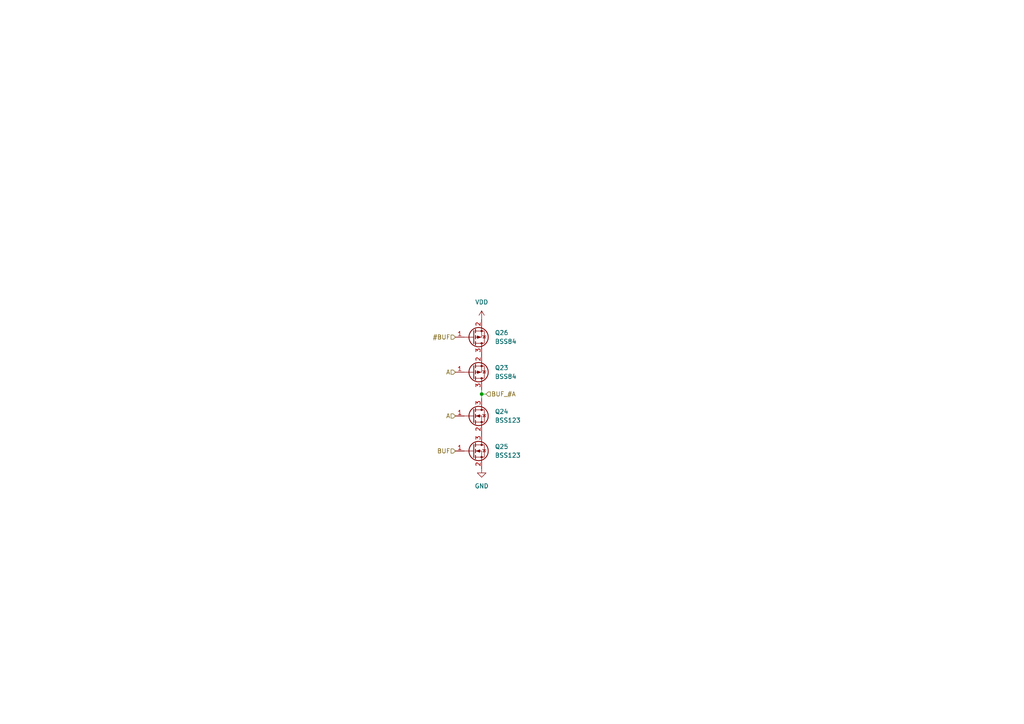
<source format=kicad_sch>
(kicad_sch (version 20250114) (generator "eeschema") (generator_version "9.0")
  (paper "A4")
  (lib_symbols
    (symbol "Transistor_FET:BSS123" (pin_names (hide yes))
      (property "Reference" "Q" (at 5.08 1.905 0))
      (property "Value" "BSS123" (at 5.08 0 0))
      (symbol "BSS123_0_1"
        (polyline (pts (xy 0.254 1.905) (xy 0.254 -1.905)) (stroke (width 0.254)))
        (polyline (pts (xy 0.254 0) (xy -2.54 0)))
        (polyline (pts (xy 0.762 2.286) (xy 0.762 1.27)) (stroke (width 0.254)))
        (polyline (pts (xy 0.762 0.508) (xy 0.762 -0.508)) (stroke (width 0.254)))
        (polyline (pts (xy 0.762 -1.27) (xy 0.762 -2.286)) (stroke (width 0.254)))
        (polyline (pts (xy 0.762 -1.778) (xy 3.302 -1.778) (xy 3.302 1.778) (xy 0.762 1.778)))
        (polyline (pts (xy 1.016 0) (xy 2.032 0.381) (xy 2.032 -0.381) (xy 1.016 0)) (fill (type outline)))
        (circle (center 1.651 0) (radius 2.794) (stroke (width 0.254)))
        (polyline (pts (xy 2.54 2.54) (xy 2.54 1.778)))
        (circle (center 2.54 1.778) (radius 0.254) (fill (type outline)))
        (circle (center 2.54 -1.778) (radius 0.254) (fill (type outline)))
        (polyline (pts (xy 2.54 -2.54) (xy 2.54 0) (xy 0.762 0)))
        (polyline (pts (xy 2.794 0.508) (xy 2.921 0.381) (xy 3.683 0.381) (xy 3.81 0.254)))
        (polyline (pts (xy 3.302 0.381) (xy 2.921 -0.254) (xy 3.683 -0.254) (xy 3.302 0.381)))
      )
      (symbol "BSS123_1_1"
        (pin input line (at -5.08 0 0) (length 2.54) (name "G") (number "1"))
        (pin passive line (at 2.54 5.08 270) (length 2.54) (name "D") (number "3"))
        (pin passive line (at 2.54 -5.08 90) (length 2.54) (name "S") (number "2"))
      )
    )
    (symbol "Transistor_FET:BSS84" (pin_names (hide yes))
      (property "Reference" "Q" (at 5.08 1.905 0))
      (property "Value" "BSS84" (at 5.08 0 0))
      (symbol "BSS84_0_1"
        (polyline (pts (xy 0.254 1.905) (xy 0.254 -1.905)) (stroke (width 0.254)))
        (polyline (pts (xy 0.254 0) (xy -2.54 0)))
        (polyline (pts (xy 0.762 2.286) (xy 0.762 1.27)) (stroke (width 0.254)))
        (polyline (pts (xy 0.762 1.778) (xy 3.302 1.778) (xy 3.302 -1.778) (xy 0.762 -1.778)))
        (polyline (pts (xy 0.762 0.508) (xy 0.762 -0.508)) (stroke (width 0.254)))
        (polyline (pts (xy 0.762 -1.27) (xy 0.762 -2.286)) (stroke (width 0.254)))
        (circle (center 1.651 0) (radius 2.794) (stroke (width 0.254)))
        (polyline (pts (xy 2.286 0) (xy 1.27 0.381) (xy 1.27 -0.381) (xy 2.286 0)) (fill (type outline)))
        (polyline (pts (xy 2.54 2.54) (xy 2.54 1.778)))
        (circle (center 2.54 1.778) (radius 0.254) (fill (type outline)))
        (circle (center 2.54 -1.778) (radius 0.254) (fill (type outline)))
        (polyline (pts (xy 2.54 -2.54) (xy 2.54 0) (xy 0.762 0)))
        (polyline (pts (xy 2.794 -0.508) (xy 2.921 -0.381) (xy 3.683 -0.381) (xy 3.81 -0.254)))
        (polyline (pts (xy 3.302 -0.381) (xy 2.921 0.254) (xy 3.683 0.254) (xy 3.302 -0.381)))
      )
      (symbol "BSS84_1_1"
        (pin input line (at -5.08 0 0) (length 2.54) (name "G") (number "1"))
        (pin passive line (at 2.54 5.08 270) (length 2.54) (name "D") (number "3"))
        (pin passive line (at 2.54 -5.08 90) (length 2.54) (name "S") (number "2"))
      )
    )
    (symbol "power:GND" (power) (pin_numbers (hide yes)) (pin_names (offset 0) (hide yes))
      (property "Value" "GND" (at 0 -3.81 0))
      (symbol "GND_0_1"
        (polyline (pts (xy 0 0) (xy 0 -1.27) (xy 1.27 -1.27) (xy 0 -2.54) (xy -1.27 -1.27) (xy 0 -1.27)))
      )
      (symbol "GND_1_1"
        (pin power_in line (at 0 0 270) (length 0) (name "~") (number "1"))
      )
    )
    (symbol "power:VDD" (power) (pin_numbers (hide yes)) (pin_names (offset 0) (hide yes))
      (property "Value" "VDD" (at 0 3.556 0))
      (symbol "VDD_0_1"
        (polyline (pts (xy -0.762 1.27) (xy 0 2.54)))
        (polyline (pts (xy 0 2.54) (xy 0.762 1.27)))
        (polyline (pts (xy 0 0) (xy 0 2.54)))
      )
      (symbol "VDD_1_1"
        (pin power_in line (at 0 0 90) (length 0) (name "~") (number "1"))
      )
    )
  )
  (junction (at 139.7 114.3))
  (wire (pts (xy 139.7 114.3) (xy 139.7 115.57)))
  (wire (pts (xy 139.7 114.3) (xy 140.97 114.3)))
  (wire (pts (xy 139.7 113.03) (xy 139.7 114.3)))
  (hierarchical_label "BUF" (shape input) (at 132.08 130.81 180))
  (hierarchical_label "A" (shape input) (at 132.08 107.95 180))
  (hierarchical_label "BUF_#A" (shape input) (at 140.97 114.3 0))
  (hierarchical_label "#BUF" (shape input) (at 132.08 97.79 180))
  (hierarchical_label "A" (shape input) (at 132.08 120.65 180))
  (symbol (lib_id "Transistor_FET:BSS84") (at 137.16 107.95 0) (mirror x) (unit 1)
    (property "Reference" "Q23" (at 143.51 106.6799 0) (effects (justify left)))
    (property "Value" "BSS84" (at 143.51 109.2199 0) (effects (justify left)))
    (property "Footprint" "Package_TO_SOT_SMD:SOT-23" (effects (hide yes)))
    (property "Datasheet" "http://assets.nexperia.com/documents/data-sheet/BSS84.pdf" (effects (hide yes)))
    (property "Description" "-0.13A Id, -50V Vds, P-Channel MOSFET, SOT-23" (effects (hide yes)))
  )
  (symbol (lib_id "Transistor_FET:BSS123") (at 137.16 120.65 0) (unit 1)
    (property "Reference" "Q24" (at 143.51 119.3799 0) (effects (justify left)))
    (property "Value" "BSS123" (at 143.51 121.9199 0) (effects (justify left)))
    (property "Footprint" "Package_TO_SOT_SMD:SOT-23" (effects (hide yes)))
    (property "Datasheet" "http://www.diodes.com/assets/Datasheets/ds30366.pdf" (effects (hide yes)))
    (property "Description" "0.17A Id, 100V Vds, N-Channel MOSFET, SOT-23" (effects (hide yes)))
  )
  (symbol (lib_id "Transistor_FET:BSS123") (at 137.16 130.81 0) (unit 1)
    (property "Reference" "Q25" (at 143.51 129.5399 0) (effects (justify left)))
    (property "Value" "BSS123" (at 143.51 132.0799 0) (effects (justify left)))
    (property "Footprint" "Package_TO_SOT_SMD:SOT-23" (effects (hide yes)))
    (property "Datasheet" "http://www.diodes.com/assets/Datasheets/ds30366.pdf" (effects (hide yes)))
    (property "Description" "0.17A Id, 100V Vds, N-Channel MOSFET, SOT-23" (effects (hide yes)))
  )
  (symbol (lib_id "power:VDD") (at 139.7 92.71 0) (unit 1)
    (property "Reference" "#PWR015" (effects (hide yes)))
    (property "Value" "VDD" (at 139.7 87.63 0))
    (property "Description" "Power symbol creates a global label with name \"VDD\"" (effects (hide yes)))
  )
  (symbol (lib_id "power:GND") (at 139.7 135.89 0) (unit 1)
    (property "Reference" "#PWR016" (effects (hide yes)))
    (property "Value" "GND" (at 139.7 140.97 0))
    (property "Description" "Power symbol creates a global label with name \"GND\" , ground" (effects (hide yes)))
  )
  (symbol (lib_id "Transistor_FET:BSS84") (at 137.16 97.79 0) (mirror x) (unit 1)
    (property "Reference" "Q26" (at 143.51 96.5199 0) (effects (justify left)))
    (property "Value" "BSS84" (at 143.51 99.0599 0) (effects (justify left)))
    (property "Footprint" "Package_TO_SOT_SMD:SOT-23" (effects (hide yes)))
    (property "Datasheet" "http://assets.nexperia.com/documents/data-sheet/BSS84.pdf" (effects (hide yes)))
    (property "Description" "-0.13A Id, -50V Vds, P-Channel MOSFET, SOT-23" (effects (hide yes)))
  )
)
</source>
